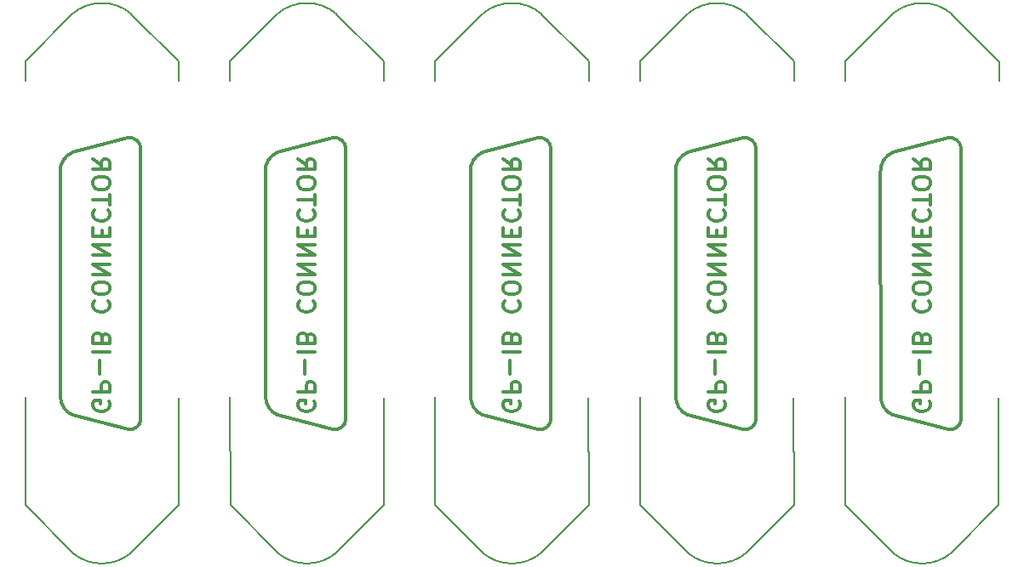
<source format=gbr>
%TF.GenerationSoftware,KiCad,Pcbnew,6.0.3-a3aad9c10e~116~ubuntu20.04.1*%
%TF.CreationDate,2022-03-20T14:38:18+01:00*%
%TF.ProjectId,5xPro_Micro_GPIB,35785072-6f5f-44d6-9963-726f5f475049,rev?*%
%TF.SameCoordinates,Original*%
%TF.FileFunction,Legend,Bot*%
%TF.FilePolarity,Positive*%
%FSLAX46Y46*%
G04 Gerber Fmt 4.6, Leading zero omitted, Abs format (unit mm)*
G04 Created by KiCad (PCBNEW 6.0.3-a3aad9c10e~116~ubuntu20.04.1) date 2022-03-20 14:38:18*
%MOMM*%
%LPD*%
G01*
G04 APERTURE LIST*
%ADD10C,0.150000*%
%ADD11C,0.300000*%
G04 APERTURE END LIST*
D10*
X123104000Y-117892000D02*
X123094000Y-107209490D01*
X107854000Y-117872000D02*
X112535300Y-122618710D01*
X184324000Y-75611645D02*
X184324000Y-73642000D01*
X173743138Y-122623552D02*
G75*
G03*
X179615400Y-122606010I2925862J3446552D01*
G01*
X87449000Y-75582000D02*
X87449000Y-73672000D01*
X87454000Y-117872000D02*
X92135300Y-122618710D01*
X184304000Y-117892000D02*
X184294000Y-107209490D01*
X87449000Y-73672000D02*
X92135300Y-68948510D01*
X148649000Y-73672000D02*
X153335300Y-68948510D01*
X143504000Y-117892000D02*
X138815400Y-122606010D01*
X107854000Y-117872000D02*
X107849000Y-107152000D01*
X159215399Y-68961212D02*
G75*
G03*
X153343140Y-68943670I-2946399J-3428988D01*
G01*
X123104000Y-117892000D02*
X118415400Y-122606010D01*
X128254000Y-117872000D02*
X132935300Y-122618710D01*
X102704000Y-117892000D02*
X98015400Y-122606010D01*
X163904000Y-117892000D02*
X163894000Y-107209490D01*
X102724000Y-75611645D02*
X102724000Y-73642000D01*
X92143138Y-122623552D02*
G75*
G03*
X98015400Y-122606010I2925862J3446552D01*
G01*
X138815399Y-68961212D02*
G75*
G03*
X132943140Y-68943670I-2946399J-3428988D01*
G01*
X123124000Y-75611645D02*
X123124000Y-73642000D01*
X87454000Y-117872000D02*
X87449000Y-107152000D01*
X143504000Y-73642000D02*
X138828100Y-68973910D01*
X163904000Y-117892000D02*
X159215400Y-122606010D01*
X163904000Y-73642000D02*
X159228100Y-68973910D01*
X148649000Y-75582000D02*
X148649000Y-73672000D01*
X184304000Y-73642000D02*
X179628100Y-68973910D01*
X169054000Y-117872000D02*
X173735300Y-122618710D01*
X143504000Y-117892000D02*
X143494000Y-107209490D01*
X132943138Y-122623552D02*
G75*
G03*
X138815400Y-122606010I2925862J3446552D01*
G01*
X107849000Y-75582000D02*
X107849000Y-73672000D01*
X123104000Y-73642000D02*
X118428100Y-68973910D01*
X98015399Y-68961212D02*
G75*
G03*
X92143140Y-68943670I-2946399J-3428988D01*
G01*
X163924000Y-75611645D02*
X163924000Y-73642000D01*
X112543138Y-122623552D02*
G75*
G03*
X118415400Y-122606010I2925862J3446552D01*
G01*
X118415399Y-68961212D02*
G75*
G03*
X112543140Y-68943670I-2946399J-3428988D01*
G01*
X143524000Y-75611645D02*
X143524000Y-73642000D01*
X153343138Y-122623552D02*
G75*
G03*
X159215400Y-122606010I2925862J3446552D01*
G01*
X169049000Y-75582000D02*
X169049000Y-73672000D01*
X184304000Y-117892000D02*
X179615400Y-122606010D01*
X128249000Y-73672000D02*
X132935300Y-68948510D01*
X148654000Y-117872000D02*
X148649000Y-107152000D01*
X169054000Y-117872000D02*
X169049000Y-107152000D01*
X169049000Y-73672000D02*
X173735300Y-68948510D01*
X148654000Y-117872000D02*
X153335300Y-122618710D01*
X102704000Y-117892000D02*
X102694000Y-107209490D01*
X128249000Y-75582000D02*
X128249000Y-73672000D01*
X179615399Y-68961212D02*
G75*
G03*
X173743140Y-68943670I-2946399J-3428988D01*
G01*
X107849000Y-73672000D02*
X112535300Y-68948510D01*
X128254000Y-117872000D02*
X128249000Y-107152000D01*
X102704000Y-73642000D02*
X98028100Y-68973910D01*
D11*
%TO.C,J10*%
X157000000Y-107498571D02*
X157080952Y-107670000D01*
X157080952Y-107927142D01*
X157000000Y-108184285D01*
X156838095Y-108355714D01*
X156676190Y-108441428D01*
X156352380Y-108527142D01*
X156109523Y-108527142D01*
X155785714Y-108441428D01*
X155623809Y-108355714D01*
X155461904Y-108184285D01*
X155380952Y-107927142D01*
X155380952Y-107755714D01*
X155461904Y-107498571D01*
X155542857Y-107412857D01*
X156109523Y-107412857D01*
X156109523Y-107755714D01*
X155380952Y-106641428D02*
X157080952Y-106641428D01*
X157080952Y-105955714D01*
X157000000Y-105784285D01*
X156919047Y-105698571D01*
X156757142Y-105612857D01*
X156514285Y-105612857D01*
X156352380Y-105698571D01*
X156271428Y-105784285D01*
X156190476Y-105955714D01*
X156190476Y-106641428D01*
X156028571Y-104841428D02*
X156028571Y-103470000D01*
X155380952Y-102612857D02*
X157080952Y-102612857D01*
X156271428Y-101155714D02*
X156190476Y-100898571D01*
X156109523Y-100812857D01*
X155947619Y-100727142D01*
X155704761Y-100727142D01*
X155542857Y-100812857D01*
X155461904Y-100898571D01*
X155380952Y-101070000D01*
X155380952Y-101755714D01*
X157080952Y-101755714D01*
X157080952Y-101155714D01*
X157000000Y-100984285D01*
X156919047Y-100898571D01*
X156757142Y-100812857D01*
X156595238Y-100812857D01*
X156433333Y-100898571D01*
X156352380Y-100984285D01*
X156271428Y-101155714D01*
X156271428Y-101755714D01*
X155542857Y-97555714D02*
X155461904Y-97641428D01*
X155380952Y-97898571D01*
X155380952Y-98070000D01*
X155461904Y-98327142D01*
X155623809Y-98498571D01*
X155785714Y-98584285D01*
X156109523Y-98670000D01*
X156352380Y-98670000D01*
X156676190Y-98584285D01*
X156838095Y-98498571D01*
X157000000Y-98327142D01*
X157080952Y-98070000D01*
X157080952Y-97898571D01*
X157000000Y-97641428D01*
X156919047Y-97555714D01*
X157080952Y-96441428D02*
X157080952Y-96098571D01*
X157000000Y-95927142D01*
X156838095Y-95755714D01*
X156514285Y-95670000D01*
X155947619Y-95670000D01*
X155623809Y-95755714D01*
X155461904Y-95927142D01*
X155380952Y-96098571D01*
X155380952Y-96441428D01*
X155461904Y-96612857D01*
X155623809Y-96784285D01*
X155947619Y-96870000D01*
X156514285Y-96870000D01*
X156838095Y-96784285D01*
X157000000Y-96612857D01*
X157080952Y-96441428D01*
X155380952Y-94898571D02*
X157080952Y-94898571D01*
X155380952Y-93870000D01*
X157080952Y-93870000D01*
X155380952Y-93012857D02*
X157080952Y-93012857D01*
X155380952Y-91984285D01*
X157080952Y-91984285D01*
X156271428Y-91127142D02*
X156271428Y-90527142D01*
X155380952Y-90270000D02*
X155380952Y-91127142D01*
X157080952Y-91127142D01*
X157080952Y-90270000D01*
X155542857Y-88470000D02*
X155461904Y-88555714D01*
X155380952Y-88812857D01*
X155380952Y-88984285D01*
X155461904Y-89241428D01*
X155623809Y-89412857D01*
X155785714Y-89498571D01*
X156109523Y-89584285D01*
X156352380Y-89584285D01*
X156676190Y-89498571D01*
X156838095Y-89412857D01*
X157000000Y-89241428D01*
X157080952Y-88984285D01*
X157080952Y-88812857D01*
X157000000Y-88555714D01*
X156919047Y-88470000D01*
X157080952Y-87955714D02*
X157080952Y-86927142D01*
X155380952Y-87441428D02*
X157080952Y-87441428D01*
X157080952Y-85984285D02*
X157080952Y-85641428D01*
X157000000Y-85470000D01*
X156838095Y-85298571D01*
X156514285Y-85212857D01*
X155947619Y-85212857D01*
X155623809Y-85298571D01*
X155461904Y-85470000D01*
X155380952Y-85641428D01*
X155380952Y-85984285D01*
X155461904Y-86155714D01*
X155623809Y-86327142D01*
X155947619Y-86412857D01*
X156514285Y-86412857D01*
X156838095Y-86327142D01*
X157000000Y-86155714D01*
X157080952Y-85984285D01*
X155380952Y-83412857D02*
X156190476Y-84012857D01*
X155380952Y-84441428D02*
X157080952Y-84441428D01*
X157080952Y-83755714D01*
X157000000Y-83584285D01*
X156919047Y-83498571D01*
X156757142Y-83412857D01*
X156514285Y-83412857D01*
X156352380Y-83498571D01*
X156271428Y-83584285D01*
X156190476Y-83755714D01*
X156190476Y-84441428D01*
%TO.C,J7*%
X136600000Y-107498571D02*
X136680952Y-107670000D01*
X136680952Y-107927142D01*
X136600000Y-108184285D01*
X136438095Y-108355714D01*
X136276190Y-108441428D01*
X135952380Y-108527142D01*
X135709523Y-108527142D01*
X135385714Y-108441428D01*
X135223809Y-108355714D01*
X135061904Y-108184285D01*
X134980952Y-107927142D01*
X134980952Y-107755714D01*
X135061904Y-107498571D01*
X135142857Y-107412857D01*
X135709523Y-107412857D01*
X135709523Y-107755714D01*
X134980952Y-106641428D02*
X136680952Y-106641428D01*
X136680952Y-105955714D01*
X136600000Y-105784285D01*
X136519047Y-105698571D01*
X136357142Y-105612857D01*
X136114285Y-105612857D01*
X135952380Y-105698571D01*
X135871428Y-105784285D01*
X135790476Y-105955714D01*
X135790476Y-106641428D01*
X135628571Y-104841428D02*
X135628571Y-103470000D01*
X134980952Y-102612857D02*
X136680952Y-102612857D01*
X135871428Y-101155714D02*
X135790476Y-100898571D01*
X135709523Y-100812857D01*
X135547619Y-100727142D01*
X135304761Y-100727142D01*
X135142857Y-100812857D01*
X135061904Y-100898571D01*
X134980952Y-101070000D01*
X134980952Y-101755714D01*
X136680952Y-101755714D01*
X136680952Y-101155714D01*
X136600000Y-100984285D01*
X136519047Y-100898571D01*
X136357142Y-100812857D01*
X136195238Y-100812857D01*
X136033333Y-100898571D01*
X135952380Y-100984285D01*
X135871428Y-101155714D01*
X135871428Y-101755714D01*
X135142857Y-97555714D02*
X135061904Y-97641428D01*
X134980952Y-97898571D01*
X134980952Y-98070000D01*
X135061904Y-98327142D01*
X135223809Y-98498571D01*
X135385714Y-98584285D01*
X135709523Y-98670000D01*
X135952380Y-98670000D01*
X136276190Y-98584285D01*
X136438095Y-98498571D01*
X136600000Y-98327142D01*
X136680952Y-98070000D01*
X136680952Y-97898571D01*
X136600000Y-97641428D01*
X136519047Y-97555714D01*
X136680952Y-96441428D02*
X136680952Y-96098571D01*
X136600000Y-95927142D01*
X136438095Y-95755714D01*
X136114285Y-95670000D01*
X135547619Y-95670000D01*
X135223809Y-95755714D01*
X135061904Y-95927142D01*
X134980952Y-96098571D01*
X134980952Y-96441428D01*
X135061904Y-96612857D01*
X135223809Y-96784285D01*
X135547619Y-96870000D01*
X136114285Y-96870000D01*
X136438095Y-96784285D01*
X136600000Y-96612857D01*
X136680952Y-96441428D01*
X134980952Y-94898571D02*
X136680952Y-94898571D01*
X134980952Y-93870000D01*
X136680952Y-93870000D01*
X134980952Y-93012857D02*
X136680952Y-93012857D01*
X134980952Y-91984285D01*
X136680952Y-91984285D01*
X135871428Y-91127142D02*
X135871428Y-90527142D01*
X134980952Y-90270000D02*
X134980952Y-91127142D01*
X136680952Y-91127142D01*
X136680952Y-90270000D01*
X135142857Y-88470000D02*
X135061904Y-88555714D01*
X134980952Y-88812857D01*
X134980952Y-88984285D01*
X135061904Y-89241428D01*
X135223809Y-89412857D01*
X135385714Y-89498571D01*
X135709523Y-89584285D01*
X135952380Y-89584285D01*
X136276190Y-89498571D01*
X136438095Y-89412857D01*
X136600000Y-89241428D01*
X136680952Y-88984285D01*
X136680952Y-88812857D01*
X136600000Y-88555714D01*
X136519047Y-88470000D01*
X136680952Y-87955714D02*
X136680952Y-86927142D01*
X134980952Y-87441428D02*
X136680952Y-87441428D01*
X136680952Y-85984285D02*
X136680952Y-85641428D01*
X136600000Y-85470000D01*
X136438095Y-85298571D01*
X136114285Y-85212857D01*
X135547619Y-85212857D01*
X135223809Y-85298571D01*
X135061904Y-85470000D01*
X134980952Y-85641428D01*
X134980952Y-85984285D01*
X135061904Y-86155714D01*
X135223809Y-86327142D01*
X135547619Y-86412857D01*
X136114285Y-86412857D01*
X136438095Y-86327142D01*
X136600000Y-86155714D01*
X136680952Y-85984285D01*
X134980952Y-83412857D02*
X135790476Y-84012857D01*
X134980952Y-84441428D02*
X136680952Y-84441428D01*
X136680952Y-83755714D01*
X136600000Y-83584285D01*
X136519047Y-83498571D01*
X136357142Y-83412857D01*
X136114285Y-83412857D01*
X135952380Y-83498571D01*
X135871428Y-83584285D01*
X135790476Y-83755714D01*
X135790476Y-84441428D01*
%TO.C,J1*%
X95800000Y-107498571D02*
X95880952Y-107670000D01*
X95880952Y-107927142D01*
X95800000Y-108184285D01*
X95638095Y-108355714D01*
X95476190Y-108441428D01*
X95152380Y-108527142D01*
X94909523Y-108527142D01*
X94585714Y-108441428D01*
X94423809Y-108355714D01*
X94261904Y-108184285D01*
X94180952Y-107927142D01*
X94180952Y-107755714D01*
X94261904Y-107498571D01*
X94342857Y-107412857D01*
X94909523Y-107412857D01*
X94909523Y-107755714D01*
X94180952Y-106641428D02*
X95880952Y-106641428D01*
X95880952Y-105955714D01*
X95800000Y-105784285D01*
X95719047Y-105698571D01*
X95557142Y-105612857D01*
X95314285Y-105612857D01*
X95152380Y-105698571D01*
X95071428Y-105784285D01*
X94990476Y-105955714D01*
X94990476Y-106641428D01*
X94828571Y-104841428D02*
X94828571Y-103470000D01*
X94180952Y-102612857D02*
X95880952Y-102612857D01*
X95071428Y-101155714D02*
X94990476Y-100898571D01*
X94909523Y-100812857D01*
X94747619Y-100727142D01*
X94504761Y-100727142D01*
X94342857Y-100812857D01*
X94261904Y-100898571D01*
X94180952Y-101070000D01*
X94180952Y-101755714D01*
X95880952Y-101755714D01*
X95880952Y-101155714D01*
X95800000Y-100984285D01*
X95719047Y-100898571D01*
X95557142Y-100812857D01*
X95395238Y-100812857D01*
X95233333Y-100898571D01*
X95152380Y-100984285D01*
X95071428Y-101155714D01*
X95071428Y-101755714D01*
X94342857Y-97555714D02*
X94261904Y-97641428D01*
X94180952Y-97898571D01*
X94180952Y-98070000D01*
X94261904Y-98327142D01*
X94423809Y-98498571D01*
X94585714Y-98584285D01*
X94909523Y-98670000D01*
X95152380Y-98670000D01*
X95476190Y-98584285D01*
X95638095Y-98498571D01*
X95800000Y-98327142D01*
X95880952Y-98070000D01*
X95880952Y-97898571D01*
X95800000Y-97641428D01*
X95719047Y-97555714D01*
X95880952Y-96441428D02*
X95880952Y-96098571D01*
X95800000Y-95927142D01*
X95638095Y-95755714D01*
X95314285Y-95670000D01*
X94747619Y-95670000D01*
X94423809Y-95755714D01*
X94261904Y-95927142D01*
X94180952Y-96098571D01*
X94180952Y-96441428D01*
X94261904Y-96612857D01*
X94423809Y-96784285D01*
X94747619Y-96870000D01*
X95314285Y-96870000D01*
X95638095Y-96784285D01*
X95800000Y-96612857D01*
X95880952Y-96441428D01*
X94180952Y-94898571D02*
X95880952Y-94898571D01*
X94180952Y-93870000D01*
X95880952Y-93870000D01*
X94180952Y-93012857D02*
X95880952Y-93012857D01*
X94180952Y-91984285D01*
X95880952Y-91984285D01*
X95071428Y-91127142D02*
X95071428Y-90527142D01*
X94180952Y-90270000D02*
X94180952Y-91127142D01*
X95880952Y-91127142D01*
X95880952Y-90270000D01*
X94342857Y-88470000D02*
X94261904Y-88555714D01*
X94180952Y-88812857D01*
X94180952Y-88984285D01*
X94261904Y-89241428D01*
X94423809Y-89412857D01*
X94585714Y-89498571D01*
X94909523Y-89584285D01*
X95152380Y-89584285D01*
X95476190Y-89498571D01*
X95638095Y-89412857D01*
X95800000Y-89241428D01*
X95880952Y-88984285D01*
X95880952Y-88812857D01*
X95800000Y-88555714D01*
X95719047Y-88470000D01*
X95880952Y-87955714D02*
X95880952Y-86927142D01*
X94180952Y-87441428D02*
X95880952Y-87441428D01*
X95880952Y-85984285D02*
X95880952Y-85641428D01*
X95800000Y-85470000D01*
X95638095Y-85298571D01*
X95314285Y-85212857D01*
X94747619Y-85212857D01*
X94423809Y-85298571D01*
X94261904Y-85470000D01*
X94180952Y-85641428D01*
X94180952Y-85984285D01*
X94261904Y-86155714D01*
X94423809Y-86327142D01*
X94747619Y-86412857D01*
X95314285Y-86412857D01*
X95638095Y-86327142D01*
X95800000Y-86155714D01*
X95880952Y-85984285D01*
X94180952Y-83412857D02*
X94990476Y-84012857D01*
X94180952Y-84441428D02*
X95880952Y-84441428D01*
X95880952Y-83755714D01*
X95800000Y-83584285D01*
X95719047Y-83498571D01*
X95557142Y-83412857D01*
X95314285Y-83412857D01*
X95152380Y-83498571D01*
X95071428Y-83584285D01*
X94990476Y-83755714D01*
X94990476Y-84441428D01*
%TO.C,J4*%
X116200000Y-107498571D02*
X116280952Y-107670000D01*
X116280952Y-107927142D01*
X116200000Y-108184285D01*
X116038095Y-108355714D01*
X115876190Y-108441428D01*
X115552380Y-108527142D01*
X115309523Y-108527142D01*
X114985714Y-108441428D01*
X114823809Y-108355714D01*
X114661904Y-108184285D01*
X114580952Y-107927142D01*
X114580952Y-107755714D01*
X114661904Y-107498571D01*
X114742857Y-107412857D01*
X115309523Y-107412857D01*
X115309523Y-107755714D01*
X114580952Y-106641428D02*
X116280952Y-106641428D01*
X116280952Y-105955714D01*
X116200000Y-105784285D01*
X116119047Y-105698571D01*
X115957142Y-105612857D01*
X115714285Y-105612857D01*
X115552380Y-105698571D01*
X115471428Y-105784285D01*
X115390476Y-105955714D01*
X115390476Y-106641428D01*
X115228571Y-104841428D02*
X115228571Y-103470000D01*
X114580952Y-102612857D02*
X116280952Y-102612857D01*
X115471428Y-101155714D02*
X115390476Y-100898571D01*
X115309523Y-100812857D01*
X115147619Y-100727142D01*
X114904761Y-100727142D01*
X114742857Y-100812857D01*
X114661904Y-100898571D01*
X114580952Y-101070000D01*
X114580952Y-101755714D01*
X116280952Y-101755714D01*
X116280952Y-101155714D01*
X116200000Y-100984285D01*
X116119047Y-100898571D01*
X115957142Y-100812857D01*
X115795238Y-100812857D01*
X115633333Y-100898571D01*
X115552380Y-100984285D01*
X115471428Y-101155714D01*
X115471428Y-101755714D01*
X114742857Y-97555714D02*
X114661904Y-97641428D01*
X114580952Y-97898571D01*
X114580952Y-98070000D01*
X114661904Y-98327142D01*
X114823809Y-98498571D01*
X114985714Y-98584285D01*
X115309523Y-98670000D01*
X115552380Y-98670000D01*
X115876190Y-98584285D01*
X116038095Y-98498571D01*
X116200000Y-98327142D01*
X116280952Y-98070000D01*
X116280952Y-97898571D01*
X116200000Y-97641428D01*
X116119047Y-97555714D01*
X116280952Y-96441428D02*
X116280952Y-96098571D01*
X116200000Y-95927142D01*
X116038095Y-95755714D01*
X115714285Y-95670000D01*
X115147619Y-95670000D01*
X114823809Y-95755714D01*
X114661904Y-95927142D01*
X114580952Y-96098571D01*
X114580952Y-96441428D01*
X114661904Y-96612857D01*
X114823809Y-96784285D01*
X115147619Y-96870000D01*
X115714285Y-96870000D01*
X116038095Y-96784285D01*
X116200000Y-96612857D01*
X116280952Y-96441428D01*
X114580952Y-94898571D02*
X116280952Y-94898571D01*
X114580952Y-93870000D01*
X116280952Y-93870000D01*
X114580952Y-93012857D02*
X116280952Y-93012857D01*
X114580952Y-91984285D01*
X116280952Y-91984285D01*
X115471428Y-91127142D02*
X115471428Y-90527142D01*
X114580952Y-90270000D02*
X114580952Y-91127142D01*
X116280952Y-91127142D01*
X116280952Y-90270000D01*
X114742857Y-88470000D02*
X114661904Y-88555714D01*
X114580952Y-88812857D01*
X114580952Y-88984285D01*
X114661904Y-89241428D01*
X114823809Y-89412857D01*
X114985714Y-89498571D01*
X115309523Y-89584285D01*
X115552380Y-89584285D01*
X115876190Y-89498571D01*
X116038095Y-89412857D01*
X116200000Y-89241428D01*
X116280952Y-88984285D01*
X116280952Y-88812857D01*
X116200000Y-88555714D01*
X116119047Y-88470000D01*
X116280952Y-87955714D02*
X116280952Y-86927142D01*
X114580952Y-87441428D02*
X116280952Y-87441428D01*
X116280952Y-85984285D02*
X116280952Y-85641428D01*
X116200000Y-85470000D01*
X116038095Y-85298571D01*
X115714285Y-85212857D01*
X115147619Y-85212857D01*
X114823809Y-85298571D01*
X114661904Y-85470000D01*
X114580952Y-85641428D01*
X114580952Y-85984285D01*
X114661904Y-86155714D01*
X114823809Y-86327142D01*
X115147619Y-86412857D01*
X115714285Y-86412857D01*
X116038095Y-86327142D01*
X116200000Y-86155714D01*
X116280952Y-85984285D01*
X114580952Y-83412857D02*
X115390476Y-84012857D01*
X114580952Y-84441428D02*
X116280952Y-84441428D01*
X116280952Y-83755714D01*
X116200000Y-83584285D01*
X116119047Y-83498571D01*
X115957142Y-83412857D01*
X115714285Y-83412857D01*
X115552380Y-83498571D01*
X115471428Y-83584285D01*
X115390476Y-83755714D01*
X115390476Y-84441428D01*
%TO.C,J13*%
X177400000Y-107498571D02*
X177480952Y-107670000D01*
X177480952Y-107927142D01*
X177400000Y-108184285D01*
X177238095Y-108355714D01*
X177076190Y-108441428D01*
X176752380Y-108527142D01*
X176509523Y-108527142D01*
X176185714Y-108441428D01*
X176023809Y-108355714D01*
X175861904Y-108184285D01*
X175780952Y-107927142D01*
X175780952Y-107755714D01*
X175861904Y-107498571D01*
X175942857Y-107412857D01*
X176509523Y-107412857D01*
X176509523Y-107755714D01*
X175780952Y-106641428D02*
X177480952Y-106641428D01*
X177480952Y-105955714D01*
X177400000Y-105784285D01*
X177319047Y-105698571D01*
X177157142Y-105612857D01*
X176914285Y-105612857D01*
X176752380Y-105698571D01*
X176671428Y-105784285D01*
X176590476Y-105955714D01*
X176590476Y-106641428D01*
X176428571Y-104841428D02*
X176428571Y-103470000D01*
X175780952Y-102612857D02*
X177480952Y-102612857D01*
X176671428Y-101155714D02*
X176590476Y-100898571D01*
X176509523Y-100812857D01*
X176347619Y-100727142D01*
X176104761Y-100727142D01*
X175942857Y-100812857D01*
X175861904Y-100898571D01*
X175780952Y-101070000D01*
X175780952Y-101755714D01*
X177480952Y-101755714D01*
X177480952Y-101155714D01*
X177400000Y-100984285D01*
X177319047Y-100898571D01*
X177157142Y-100812857D01*
X176995238Y-100812857D01*
X176833333Y-100898571D01*
X176752380Y-100984285D01*
X176671428Y-101155714D01*
X176671428Y-101755714D01*
X175942857Y-97555714D02*
X175861904Y-97641428D01*
X175780952Y-97898571D01*
X175780952Y-98070000D01*
X175861904Y-98327142D01*
X176023809Y-98498571D01*
X176185714Y-98584285D01*
X176509523Y-98670000D01*
X176752380Y-98670000D01*
X177076190Y-98584285D01*
X177238095Y-98498571D01*
X177400000Y-98327142D01*
X177480952Y-98070000D01*
X177480952Y-97898571D01*
X177400000Y-97641428D01*
X177319047Y-97555714D01*
X177480952Y-96441428D02*
X177480952Y-96098571D01*
X177400000Y-95927142D01*
X177238095Y-95755714D01*
X176914285Y-95670000D01*
X176347619Y-95670000D01*
X176023809Y-95755714D01*
X175861904Y-95927142D01*
X175780952Y-96098571D01*
X175780952Y-96441428D01*
X175861904Y-96612857D01*
X176023809Y-96784285D01*
X176347619Y-96870000D01*
X176914285Y-96870000D01*
X177238095Y-96784285D01*
X177400000Y-96612857D01*
X177480952Y-96441428D01*
X175780952Y-94898571D02*
X177480952Y-94898571D01*
X175780952Y-93870000D01*
X177480952Y-93870000D01*
X175780952Y-93012857D02*
X177480952Y-93012857D01*
X175780952Y-91984285D01*
X177480952Y-91984285D01*
X176671428Y-91127142D02*
X176671428Y-90527142D01*
X175780952Y-90270000D02*
X175780952Y-91127142D01*
X177480952Y-91127142D01*
X177480952Y-90270000D01*
X175942857Y-88470000D02*
X175861904Y-88555714D01*
X175780952Y-88812857D01*
X175780952Y-88984285D01*
X175861904Y-89241428D01*
X176023809Y-89412857D01*
X176185714Y-89498571D01*
X176509523Y-89584285D01*
X176752380Y-89584285D01*
X177076190Y-89498571D01*
X177238095Y-89412857D01*
X177400000Y-89241428D01*
X177480952Y-88984285D01*
X177480952Y-88812857D01*
X177400000Y-88555714D01*
X177319047Y-88470000D01*
X177480952Y-87955714D02*
X177480952Y-86927142D01*
X175780952Y-87441428D02*
X177480952Y-87441428D01*
X177480952Y-85984285D02*
X177480952Y-85641428D01*
X177400000Y-85470000D01*
X177238095Y-85298571D01*
X176914285Y-85212857D01*
X176347619Y-85212857D01*
X176023809Y-85298571D01*
X175861904Y-85470000D01*
X175780952Y-85641428D01*
X175780952Y-85984285D01*
X175861904Y-86155714D01*
X176023809Y-86327142D01*
X176347619Y-86412857D01*
X176914285Y-86412857D01*
X177238095Y-86327142D01*
X177400000Y-86155714D01*
X177480952Y-85984285D01*
X175780952Y-83412857D02*
X176590476Y-84012857D01*
X175780952Y-84441428D02*
X177480952Y-84441428D01*
X177480952Y-83755714D01*
X177400000Y-83584285D01*
X177319047Y-83498571D01*
X177157142Y-83412857D01*
X176914285Y-83412857D01*
X176752380Y-83498571D01*
X176671428Y-83584285D01*
X176590476Y-83755714D01*
X176590476Y-84441428D01*
%TO.C,J10*%
X153372627Y-108912335D02*
X158893464Y-110370201D01*
X152133464Y-84680201D02*
X152165270Y-107029302D01*
X160153464Y-109340201D02*
X160146185Y-82310999D01*
X153352647Y-82748155D02*
X158886185Y-81280999D01*
X160146186Y-82310999D02*
G75*
G03*
X158886185Y-81280999I-1131691J-98719D01*
G01*
X153352645Y-82748150D02*
G75*
G03*
X152133464Y-84660201I759280J-1828858D01*
G01*
X158893464Y-110370202D02*
G75*
G03*
X160153464Y-109340201I128307J1128722D01*
G01*
X152165270Y-107029302D02*
G75*
G03*
X153372627Y-108912335I1955825J-74552D01*
G01*
%TO.C,J7*%
X139753464Y-109340201D02*
X139746185Y-82310999D01*
X132972627Y-108912335D02*
X138493464Y-110370201D01*
X132952647Y-82748155D02*
X138486185Y-81280999D01*
X131733464Y-84680201D02*
X131765270Y-107029302D01*
X138493464Y-110370202D02*
G75*
G03*
X139753464Y-109340201I128307J1128722D01*
G01*
X131765270Y-107029302D02*
G75*
G03*
X132972627Y-108912335I1955825J-74552D01*
G01*
X132952645Y-82748150D02*
G75*
G03*
X131733464Y-84660201I759280J-1828858D01*
G01*
X139746186Y-82310999D02*
G75*
G03*
X138486185Y-81280999I-1131691J-98719D01*
G01*
%TO.C,J1*%
X98953464Y-109340201D02*
X98946185Y-82310999D01*
X90933464Y-84680201D02*
X90965270Y-107029302D01*
X92172627Y-108912335D02*
X97693464Y-110370201D01*
X92152647Y-82748155D02*
X97686185Y-81280999D01*
X90965270Y-107029302D02*
G75*
G03*
X92172627Y-108912335I1955825J-74552D01*
G01*
X97693464Y-110370202D02*
G75*
G03*
X98953464Y-109340201I128307J1128722D01*
G01*
X98946186Y-82310999D02*
G75*
G03*
X97686185Y-81280999I-1131691J-98719D01*
G01*
X92152645Y-82748150D02*
G75*
G03*
X90933464Y-84660201I759280J-1828858D01*
G01*
%TO.C,J4*%
X119353464Y-109340201D02*
X119346185Y-82310999D01*
X112552647Y-82748155D02*
X118086185Y-81280999D01*
X112572627Y-108912335D02*
X118093464Y-110370201D01*
X111333464Y-84680201D02*
X111365270Y-107029302D01*
X112552645Y-82748150D02*
G75*
G03*
X111333464Y-84660201I759280J-1828858D01*
G01*
X111365270Y-107029302D02*
G75*
G03*
X112572627Y-108912335I1955825J-74552D01*
G01*
X119346186Y-82310999D02*
G75*
G03*
X118086185Y-81280999I-1131691J-98719D01*
G01*
X118093464Y-110370202D02*
G75*
G03*
X119353464Y-109340201I128307J1128722D01*
G01*
%TO.C,J13*%
X173752647Y-82748155D02*
X179286185Y-81280999D01*
X173772627Y-108912335D02*
X179293464Y-110370201D01*
X172533464Y-84680201D02*
X172565270Y-107029302D01*
X180553464Y-109340201D02*
X180546185Y-82310999D01*
X180546186Y-82310999D02*
G75*
G03*
X179286185Y-81280999I-1131691J-98719D01*
G01*
X172565270Y-107029302D02*
G75*
G03*
X173772627Y-108912335I1955825J-74552D01*
G01*
X179293464Y-110370202D02*
G75*
G03*
X180553464Y-109340201I128307J1128722D01*
G01*
X173752645Y-82748150D02*
G75*
G03*
X172533464Y-84660201I759280J-1828858D01*
G01*
%TD*%
M02*

</source>
